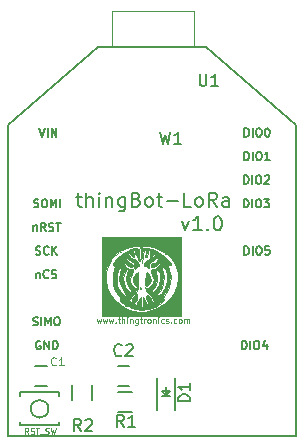
<source format=gbr>
G04 #@! TF.FileFunction,Legend,Top*
%FSLAX46Y46*%
G04 Gerber Fmt 4.6, Leading zero omitted, Abs format (unit mm)*
G04 Created by KiCad (PCBNEW 4.0.4-stable) date 01/02/17 19:22:38*
%MOMM*%
%LPD*%
G01*
G04 APERTURE LIST*
%ADD10C,0.100000*%
%ADD11C,0.175000*%
%ADD12C,0.200000*%
%ADD13C,0.150000*%
%ADD14C,0.010000*%
%ADD15C,0.110000*%
G04 APERTURE END LIST*
D10*
D11*
X190800001Y-123546667D02*
X190800001Y-122846667D01*
X190966667Y-122846667D01*
X191066667Y-122880000D01*
X191133334Y-122946667D01*
X191166667Y-123013333D01*
X191200001Y-123146667D01*
X191200001Y-123246667D01*
X191166667Y-123380000D01*
X191133334Y-123446667D01*
X191066667Y-123513333D01*
X190966667Y-123546667D01*
X190800001Y-123546667D01*
X191500001Y-123546667D02*
X191500001Y-122846667D01*
X191966667Y-122846667D02*
X192100000Y-122846667D01*
X192166667Y-122880000D01*
X192233334Y-122946667D01*
X192266667Y-123080000D01*
X192266667Y-123313333D01*
X192233334Y-123446667D01*
X192166667Y-123513333D01*
X192100000Y-123546667D01*
X191966667Y-123546667D01*
X191900000Y-123513333D01*
X191833334Y-123446667D01*
X191800000Y-123313333D01*
X191800000Y-123080000D01*
X191833334Y-122946667D01*
X191900000Y-122880000D01*
X191966667Y-122846667D01*
X192866667Y-123080000D02*
X192866667Y-123546667D01*
X192700000Y-122813333D02*
X192533333Y-123313333D01*
X192966667Y-123313333D01*
X190990001Y-115546667D02*
X190990001Y-114846667D01*
X191156667Y-114846667D01*
X191256667Y-114880000D01*
X191323334Y-114946667D01*
X191356667Y-115013333D01*
X191390001Y-115146667D01*
X191390001Y-115246667D01*
X191356667Y-115380000D01*
X191323334Y-115446667D01*
X191256667Y-115513333D01*
X191156667Y-115546667D01*
X190990001Y-115546667D01*
X191690001Y-115546667D02*
X191690001Y-114846667D01*
X192156667Y-114846667D02*
X192290000Y-114846667D01*
X192356667Y-114880000D01*
X192423334Y-114946667D01*
X192456667Y-115080000D01*
X192456667Y-115313333D01*
X192423334Y-115446667D01*
X192356667Y-115513333D01*
X192290000Y-115546667D01*
X192156667Y-115546667D01*
X192090000Y-115513333D01*
X192023334Y-115446667D01*
X191990000Y-115313333D01*
X191990000Y-115080000D01*
X192023334Y-114946667D01*
X192090000Y-114880000D01*
X192156667Y-114846667D01*
X193090000Y-114846667D02*
X192756667Y-114846667D01*
X192723333Y-115180000D01*
X192756667Y-115146667D01*
X192823333Y-115113333D01*
X192990000Y-115113333D01*
X193056667Y-115146667D01*
X193090000Y-115180000D01*
X193123333Y-115246667D01*
X193123333Y-115413333D01*
X193090000Y-115480000D01*
X193056667Y-115513333D01*
X192990000Y-115546667D01*
X192823333Y-115546667D01*
X192756667Y-115513333D01*
X192723333Y-115480000D01*
X190960001Y-111546667D02*
X190960001Y-110846667D01*
X191126667Y-110846667D01*
X191226667Y-110880000D01*
X191293334Y-110946667D01*
X191326667Y-111013333D01*
X191360001Y-111146667D01*
X191360001Y-111246667D01*
X191326667Y-111380000D01*
X191293334Y-111446667D01*
X191226667Y-111513333D01*
X191126667Y-111546667D01*
X190960001Y-111546667D01*
X191660001Y-111546667D02*
X191660001Y-110846667D01*
X192126667Y-110846667D02*
X192260000Y-110846667D01*
X192326667Y-110880000D01*
X192393334Y-110946667D01*
X192426667Y-111080000D01*
X192426667Y-111313333D01*
X192393334Y-111446667D01*
X192326667Y-111513333D01*
X192260000Y-111546667D01*
X192126667Y-111546667D01*
X192060000Y-111513333D01*
X191993334Y-111446667D01*
X191960000Y-111313333D01*
X191960000Y-111080000D01*
X191993334Y-110946667D01*
X192060000Y-110880000D01*
X192126667Y-110846667D01*
X192660000Y-110846667D02*
X193093333Y-110846667D01*
X192860000Y-111113333D01*
X192960000Y-111113333D01*
X193026667Y-111146667D01*
X193060000Y-111180000D01*
X193093333Y-111246667D01*
X193093333Y-111413333D01*
X193060000Y-111480000D01*
X193026667Y-111513333D01*
X192960000Y-111546667D01*
X192760000Y-111546667D01*
X192693333Y-111513333D01*
X192660000Y-111480000D01*
X190970001Y-109546667D02*
X190970001Y-108846667D01*
X191136667Y-108846667D01*
X191236667Y-108880000D01*
X191303334Y-108946667D01*
X191336667Y-109013333D01*
X191370001Y-109146667D01*
X191370001Y-109246667D01*
X191336667Y-109380000D01*
X191303334Y-109446667D01*
X191236667Y-109513333D01*
X191136667Y-109546667D01*
X190970001Y-109546667D01*
X191670001Y-109546667D02*
X191670001Y-108846667D01*
X192136667Y-108846667D02*
X192270000Y-108846667D01*
X192336667Y-108880000D01*
X192403334Y-108946667D01*
X192436667Y-109080000D01*
X192436667Y-109313333D01*
X192403334Y-109446667D01*
X192336667Y-109513333D01*
X192270000Y-109546667D01*
X192136667Y-109546667D01*
X192070000Y-109513333D01*
X192003334Y-109446667D01*
X191970000Y-109313333D01*
X191970000Y-109080000D01*
X192003334Y-108946667D01*
X192070000Y-108880000D01*
X192136667Y-108846667D01*
X192703333Y-108913333D02*
X192736667Y-108880000D01*
X192803333Y-108846667D01*
X192970000Y-108846667D01*
X193036667Y-108880000D01*
X193070000Y-108913333D01*
X193103333Y-108980000D01*
X193103333Y-109046667D01*
X193070000Y-109146667D01*
X192670000Y-109546667D01*
X193103333Y-109546667D01*
X190990001Y-107546667D02*
X190990001Y-106846667D01*
X191156667Y-106846667D01*
X191256667Y-106880000D01*
X191323334Y-106946667D01*
X191356667Y-107013333D01*
X191390001Y-107146667D01*
X191390001Y-107246667D01*
X191356667Y-107380000D01*
X191323334Y-107446667D01*
X191256667Y-107513333D01*
X191156667Y-107546667D01*
X190990001Y-107546667D01*
X191690001Y-107546667D02*
X191690001Y-106846667D01*
X192156667Y-106846667D02*
X192290000Y-106846667D01*
X192356667Y-106880000D01*
X192423334Y-106946667D01*
X192456667Y-107080000D01*
X192456667Y-107313333D01*
X192423334Y-107446667D01*
X192356667Y-107513333D01*
X192290000Y-107546667D01*
X192156667Y-107546667D01*
X192090000Y-107513333D01*
X192023334Y-107446667D01*
X191990000Y-107313333D01*
X191990000Y-107080000D01*
X192023334Y-106946667D01*
X192090000Y-106880000D01*
X192156667Y-106846667D01*
X193123333Y-107546667D02*
X192723333Y-107546667D01*
X192923333Y-107546667D02*
X192923333Y-106846667D01*
X192856667Y-106946667D01*
X192790000Y-107013333D01*
X192723333Y-107046667D01*
X190990001Y-105546667D02*
X190990001Y-104846667D01*
X191156667Y-104846667D01*
X191256667Y-104880000D01*
X191323334Y-104946667D01*
X191356667Y-105013333D01*
X191390001Y-105146667D01*
X191390001Y-105246667D01*
X191356667Y-105380000D01*
X191323334Y-105446667D01*
X191256667Y-105513333D01*
X191156667Y-105546667D01*
X190990001Y-105546667D01*
X191690001Y-105546667D02*
X191690001Y-104846667D01*
X192156667Y-104846667D02*
X192290000Y-104846667D01*
X192356667Y-104880000D01*
X192423334Y-104946667D01*
X192456667Y-105080000D01*
X192456667Y-105313333D01*
X192423334Y-105446667D01*
X192356667Y-105513333D01*
X192290000Y-105546667D01*
X192156667Y-105546667D01*
X192090000Y-105513333D01*
X192023334Y-105446667D01*
X191990000Y-105313333D01*
X191990000Y-105080000D01*
X192023334Y-104946667D01*
X192090000Y-104880000D01*
X192156667Y-104846667D01*
X192890000Y-104846667D02*
X192956667Y-104846667D01*
X193023333Y-104880000D01*
X193056667Y-104913333D01*
X193090000Y-104980000D01*
X193123333Y-105113333D01*
X193123333Y-105280000D01*
X193090000Y-105413333D01*
X193056667Y-105480000D01*
X193023333Y-105513333D01*
X192956667Y-105546667D01*
X192890000Y-105546667D01*
X192823333Y-105513333D01*
X192790000Y-105480000D01*
X192756667Y-105413333D01*
X192723333Y-105280000D01*
X192723333Y-105113333D01*
X192756667Y-104980000D01*
X192790000Y-104913333D01*
X192823333Y-104880000D01*
X192890000Y-104846667D01*
X173633334Y-104846667D02*
X173866667Y-105546667D01*
X174100000Y-104846667D01*
X174333334Y-105546667D02*
X174333334Y-104846667D01*
X174666667Y-105546667D02*
X174666667Y-104846667D01*
X175066667Y-105546667D01*
X175066667Y-104846667D01*
X173726667Y-122880000D02*
X173660001Y-122846667D01*
X173560001Y-122846667D01*
X173460001Y-122880000D01*
X173393334Y-122946667D01*
X173360001Y-123013333D01*
X173326667Y-123146667D01*
X173326667Y-123246667D01*
X173360001Y-123380000D01*
X173393334Y-123446667D01*
X173460001Y-123513333D01*
X173560001Y-123546667D01*
X173626667Y-123546667D01*
X173726667Y-123513333D01*
X173760001Y-123480000D01*
X173760001Y-123246667D01*
X173626667Y-123246667D01*
X174060001Y-123546667D02*
X174060001Y-122846667D01*
X174460001Y-123546667D01*
X174460001Y-122846667D01*
X174793334Y-123546667D02*
X174793334Y-122846667D01*
X174960000Y-122846667D01*
X175060000Y-122880000D01*
X175126667Y-122946667D01*
X175160000Y-123013333D01*
X175193334Y-123146667D01*
X175193334Y-123246667D01*
X175160000Y-123380000D01*
X175126667Y-123446667D01*
X175060000Y-123513333D01*
X174960000Y-123546667D01*
X174793334Y-123546667D01*
X173096667Y-121513333D02*
X173196667Y-121546667D01*
X173363334Y-121546667D01*
X173430001Y-121513333D01*
X173463334Y-121480000D01*
X173496667Y-121413333D01*
X173496667Y-121346667D01*
X173463334Y-121280000D01*
X173430001Y-121246667D01*
X173363334Y-121213333D01*
X173230001Y-121180000D01*
X173163334Y-121146667D01*
X173130001Y-121113333D01*
X173096667Y-121046667D01*
X173096667Y-120980000D01*
X173130001Y-120913333D01*
X173163334Y-120880000D01*
X173230001Y-120846667D01*
X173396667Y-120846667D01*
X173496667Y-120880000D01*
X173796668Y-121546667D02*
X173796668Y-120846667D01*
X174130001Y-121546667D02*
X174130001Y-120846667D01*
X174363334Y-121346667D01*
X174596667Y-120846667D01*
X174596667Y-121546667D01*
X175063334Y-120846667D02*
X175196667Y-120846667D01*
X175263334Y-120880000D01*
X175330001Y-120946667D01*
X175363334Y-121080000D01*
X175363334Y-121313333D01*
X175330001Y-121446667D01*
X175263334Y-121513333D01*
X175196667Y-121546667D01*
X175063334Y-121546667D01*
X174996667Y-121513333D01*
X174930001Y-121446667D01*
X174896667Y-121313333D01*
X174896667Y-121080000D01*
X174930001Y-120946667D01*
X174996667Y-120880000D01*
X175063334Y-120846667D01*
X173376667Y-117080000D02*
X173376667Y-117546667D01*
X173376667Y-117146667D02*
X173410000Y-117113333D01*
X173476667Y-117080000D01*
X173576667Y-117080000D01*
X173643333Y-117113333D01*
X173676667Y-117180000D01*
X173676667Y-117546667D01*
X174410000Y-117480000D02*
X174376666Y-117513333D01*
X174276666Y-117546667D01*
X174210000Y-117546667D01*
X174110000Y-117513333D01*
X174043333Y-117446667D01*
X174010000Y-117380000D01*
X173976666Y-117246667D01*
X173976666Y-117146667D01*
X174010000Y-117013333D01*
X174043333Y-116946667D01*
X174110000Y-116880000D01*
X174210000Y-116846667D01*
X174276666Y-116846667D01*
X174376666Y-116880000D01*
X174410000Y-116913333D01*
X174676666Y-117513333D02*
X174776666Y-117546667D01*
X174943333Y-117546667D01*
X175010000Y-117513333D01*
X175043333Y-117480000D01*
X175076666Y-117413333D01*
X175076666Y-117346667D01*
X175043333Y-117280000D01*
X175010000Y-117246667D01*
X174943333Y-117213333D01*
X174810000Y-117180000D01*
X174743333Y-117146667D01*
X174710000Y-117113333D01*
X174676666Y-117046667D01*
X174676666Y-116980000D01*
X174710000Y-116913333D01*
X174743333Y-116880000D01*
X174810000Y-116846667D01*
X174976666Y-116846667D01*
X175076666Y-116880000D01*
X173330000Y-115513333D02*
X173430000Y-115546667D01*
X173596667Y-115546667D01*
X173663334Y-115513333D01*
X173696667Y-115480000D01*
X173730000Y-115413333D01*
X173730000Y-115346667D01*
X173696667Y-115280000D01*
X173663334Y-115246667D01*
X173596667Y-115213333D01*
X173463334Y-115180000D01*
X173396667Y-115146667D01*
X173363334Y-115113333D01*
X173330000Y-115046667D01*
X173330000Y-114980000D01*
X173363334Y-114913333D01*
X173396667Y-114880000D01*
X173463334Y-114846667D01*
X173630000Y-114846667D01*
X173730000Y-114880000D01*
X174430001Y-115480000D02*
X174396667Y-115513333D01*
X174296667Y-115546667D01*
X174230001Y-115546667D01*
X174130001Y-115513333D01*
X174063334Y-115446667D01*
X174030001Y-115380000D01*
X173996667Y-115246667D01*
X173996667Y-115146667D01*
X174030001Y-115013333D01*
X174063334Y-114946667D01*
X174130001Y-114880000D01*
X174230001Y-114846667D01*
X174296667Y-114846667D01*
X174396667Y-114880000D01*
X174430001Y-114913333D01*
X174730001Y-115546667D02*
X174730001Y-114846667D01*
X175130001Y-115546667D02*
X174830001Y-115146667D01*
X175130001Y-114846667D02*
X174730001Y-115246667D01*
X173130001Y-113080000D02*
X173130001Y-113546667D01*
X173130001Y-113146667D02*
X173163334Y-113113333D01*
X173230001Y-113080000D01*
X173330001Y-113080000D01*
X173396667Y-113113333D01*
X173430001Y-113180000D01*
X173430001Y-113546667D01*
X174163334Y-113546667D02*
X173930000Y-113213333D01*
X173763334Y-113546667D02*
X173763334Y-112846667D01*
X174030000Y-112846667D01*
X174096667Y-112880000D01*
X174130000Y-112913333D01*
X174163334Y-112980000D01*
X174163334Y-113080000D01*
X174130000Y-113146667D01*
X174096667Y-113180000D01*
X174030000Y-113213333D01*
X173763334Y-113213333D01*
X174430000Y-113513333D02*
X174530000Y-113546667D01*
X174696667Y-113546667D01*
X174763334Y-113513333D01*
X174796667Y-113480000D01*
X174830000Y-113413333D01*
X174830000Y-113346667D01*
X174796667Y-113280000D01*
X174763334Y-113246667D01*
X174696667Y-113213333D01*
X174563334Y-113180000D01*
X174496667Y-113146667D01*
X174463334Y-113113333D01*
X174430000Y-113046667D01*
X174430000Y-112980000D01*
X174463334Y-112913333D01*
X174496667Y-112880000D01*
X174563334Y-112846667D01*
X174730000Y-112846667D01*
X174830000Y-112880000D01*
X175030001Y-112846667D02*
X175430001Y-112846667D01*
X175230001Y-113546667D02*
X175230001Y-112846667D01*
X173156667Y-111513333D02*
X173256667Y-111546667D01*
X173423334Y-111546667D01*
X173490001Y-111513333D01*
X173523334Y-111480000D01*
X173556667Y-111413333D01*
X173556667Y-111346667D01*
X173523334Y-111280000D01*
X173490001Y-111246667D01*
X173423334Y-111213333D01*
X173290001Y-111180000D01*
X173223334Y-111146667D01*
X173190001Y-111113333D01*
X173156667Y-111046667D01*
X173156667Y-110980000D01*
X173190001Y-110913333D01*
X173223334Y-110880000D01*
X173290001Y-110846667D01*
X173456667Y-110846667D01*
X173556667Y-110880000D01*
X173990001Y-110846667D02*
X174123334Y-110846667D01*
X174190001Y-110880000D01*
X174256668Y-110946667D01*
X174290001Y-111080000D01*
X174290001Y-111313333D01*
X174256668Y-111446667D01*
X174190001Y-111513333D01*
X174123334Y-111546667D01*
X173990001Y-111546667D01*
X173923334Y-111513333D01*
X173856668Y-111446667D01*
X173823334Y-111313333D01*
X173823334Y-111080000D01*
X173856668Y-110946667D01*
X173923334Y-110880000D01*
X173990001Y-110846667D01*
X174590001Y-111546667D02*
X174590001Y-110846667D01*
X174823334Y-111346667D01*
X175056667Y-110846667D01*
X175056667Y-111546667D01*
X175390001Y-111546667D02*
X175390001Y-110846667D01*
D10*
X178477620Y-121002857D02*
X178572858Y-121336190D01*
X178668096Y-121098095D01*
X178763334Y-121336190D01*
X178858572Y-121002857D01*
X179001430Y-121002857D02*
X179096668Y-121336190D01*
X179191906Y-121098095D01*
X179287144Y-121336190D01*
X179382382Y-121002857D01*
X179525240Y-121002857D02*
X179620478Y-121336190D01*
X179715716Y-121098095D01*
X179810954Y-121336190D01*
X179906192Y-121002857D01*
X180096669Y-121288571D02*
X180120478Y-121312381D01*
X180096669Y-121336190D01*
X180072859Y-121312381D01*
X180096669Y-121288571D01*
X180096669Y-121336190D01*
X180263335Y-121002857D02*
X180453811Y-121002857D01*
X180334764Y-120836190D02*
X180334764Y-121264762D01*
X180358573Y-121312381D01*
X180406192Y-121336190D01*
X180453811Y-121336190D01*
X180620478Y-121336190D02*
X180620478Y-120836190D01*
X180834763Y-121336190D02*
X180834763Y-121074286D01*
X180810954Y-121026667D01*
X180763335Y-121002857D01*
X180691906Y-121002857D01*
X180644287Y-121026667D01*
X180620478Y-121050476D01*
X181072859Y-121336190D02*
X181072859Y-121002857D01*
X181072859Y-120836190D02*
X181049049Y-120860000D01*
X181072859Y-120883810D01*
X181096668Y-120860000D01*
X181072859Y-120836190D01*
X181072859Y-120883810D01*
X181310954Y-121002857D02*
X181310954Y-121336190D01*
X181310954Y-121050476D02*
X181334763Y-121026667D01*
X181382382Y-121002857D01*
X181453811Y-121002857D01*
X181501430Y-121026667D01*
X181525239Y-121074286D01*
X181525239Y-121336190D01*
X181977620Y-121002857D02*
X181977620Y-121407619D01*
X181953811Y-121455238D01*
X181930001Y-121479048D01*
X181882382Y-121502857D01*
X181810954Y-121502857D01*
X181763335Y-121479048D01*
X181977620Y-121312381D02*
X181930001Y-121336190D01*
X181834763Y-121336190D01*
X181787144Y-121312381D01*
X181763335Y-121288571D01*
X181739525Y-121240952D01*
X181739525Y-121098095D01*
X181763335Y-121050476D01*
X181787144Y-121026667D01*
X181834763Y-121002857D01*
X181930001Y-121002857D01*
X181977620Y-121026667D01*
X182144287Y-121002857D02*
X182334763Y-121002857D01*
X182215716Y-120836190D02*
X182215716Y-121264762D01*
X182239525Y-121312381D01*
X182287144Y-121336190D01*
X182334763Y-121336190D01*
X182501430Y-121336190D02*
X182501430Y-121002857D01*
X182501430Y-121098095D02*
X182525239Y-121050476D01*
X182549049Y-121026667D01*
X182596668Y-121002857D01*
X182644287Y-121002857D01*
X182882382Y-121336190D02*
X182834763Y-121312381D01*
X182810954Y-121288571D01*
X182787144Y-121240952D01*
X182787144Y-121098095D01*
X182810954Y-121050476D01*
X182834763Y-121026667D01*
X182882382Y-121002857D01*
X182953811Y-121002857D01*
X183001430Y-121026667D01*
X183025239Y-121050476D01*
X183049049Y-121098095D01*
X183049049Y-121240952D01*
X183025239Y-121288571D01*
X183001430Y-121312381D01*
X182953811Y-121336190D01*
X182882382Y-121336190D01*
X183263335Y-121002857D02*
X183263335Y-121336190D01*
X183263335Y-121050476D02*
X183287144Y-121026667D01*
X183334763Y-121002857D01*
X183406192Y-121002857D01*
X183453811Y-121026667D01*
X183477620Y-121074286D01*
X183477620Y-121336190D01*
X183715716Y-121336190D02*
X183715716Y-121002857D01*
X183715716Y-120836190D02*
X183691906Y-120860000D01*
X183715716Y-120883810D01*
X183739525Y-120860000D01*
X183715716Y-120836190D01*
X183715716Y-120883810D01*
X184168096Y-121312381D02*
X184120477Y-121336190D01*
X184025239Y-121336190D01*
X183977620Y-121312381D01*
X183953811Y-121288571D01*
X183930001Y-121240952D01*
X183930001Y-121098095D01*
X183953811Y-121050476D01*
X183977620Y-121026667D01*
X184025239Y-121002857D01*
X184120477Y-121002857D01*
X184168096Y-121026667D01*
X184358572Y-121312381D02*
X184406191Y-121336190D01*
X184501429Y-121336190D01*
X184549048Y-121312381D01*
X184572858Y-121264762D01*
X184572858Y-121240952D01*
X184549048Y-121193333D01*
X184501429Y-121169524D01*
X184430001Y-121169524D01*
X184382382Y-121145714D01*
X184358572Y-121098095D01*
X184358572Y-121074286D01*
X184382382Y-121026667D01*
X184430001Y-121002857D01*
X184501429Y-121002857D01*
X184549048Y-121026667D01*
X184787144Y-121288571D02*
X184810953Y-121312381D01*
X184787144Y-121336190D01*
X184763334Y-121312381D01*
X184787144Y-121288571D01*
X184787144Y-121336190D01*
X185239524Y-121312381D02*
X185191905Y-121336190D01*
X185096667Y-121336190D01*
X185049048Y-121312381D01*
X185025239Y-121288571D01*
X185001429Y-121240952D01*
X185001429Y-121098095D01*
X185025239Y-121050476D01*
X185049048Y-121026667D01*
X185096667Y-121002857D01*
X185191905Y-121002857D01*
X185239524Y-121026667D01*
X185525238Y-121336190D02*
X185477619Y-121312381D01*
X185453810Y-121288571D01*
X185430000Y-121240952D01*
X185430000Y-121098095D01*
X185453810Y-121050476D01*
X185477619Y-121026667D01*
X185525238Y-121002857D01*
X185596667Y-121002857D01*
X185644286Y-121026667D01*
X185668095Y-121050476D01*
X185691905Y-121098095D01*
X185691905Y-121240952D01*
X185668095Y-121288571D01*
X185644286Y-121312381D01*
X185596667Y-121336190D01*
X185525238Y-121336190D01*
X185906191Y-121336190D02*
X185906191Y-121002857D01*
X185906191Y-121050476D02*
X185930000Y-121026667D01*
X185977619Y-121002857D01*
X186049048Y-121002857D01*
X186096667Y-121026667D01*
X186120476Y-121074286D01*
X186120476Y-121336190D01*
X186120476Y-121074286D02*
X186144286Y-121026667D01*
X186191905Y-121002857D01*
X186263333Y-121002857D01*
X186310953Y-121026667D01*
X186334762Y-121074286D01*
X186334762Y-121336190D01*
D12*
X176767144Y-110692857D02*
X177224287Y-110692857D01*
X176938572Y-110292857D02*
X176938572Y-111321429D01*
X176995715Y-111435714D01*
X177110001Y-111492857D01*
X177224287Y-111492857D01*
X177624286Y-111492857D02*
X177624286Y-110292857D01*
X178138572Y-111492857D02*
X178138572Y-110864286D01*
X178081429Y-110750000D01*
X177967143Y-110692857D01*
X177795715Y-110692857D01*
X177681429Y-110750000D01*
X177624286Y-110807143D01*
X178710000Y-111492857D02*
X178710000Y-110692857D01*
X178710000Y-110292857D02*
X178652857Y-110350000D01*
X178710000Y-110407143D01*
X178767143Y-110350000D01*
X178710000Y-110292857D01*
X178710000Y-110407143D01*
X179281429Y-110692857D02*
X179281429Y-111492857D01*
X179281429Y-110807143D02*
X179338572Y-110750000D01*
X179452858Y-110692857D01*
X179624286Y-110692857D01*
X179738572Y-110750000D01*
X179795715Y-110864286D01*
X179795715Y-111492857D01*
X180881429Y-110692857D02*
X180881429Y-111664286D01*
X180824286Y-111778571D01*
X180767143Y-111835714D01*
X180652858Y-111892857D01*
X180481429Y-111892857D01*
X180367143Y-111835714D01*
X180881429Y-111435714D02*
X180767143Y-111492857D01*
X180538572Y-111492857D01*
X180424286Y-111435714D01*
X180367143Y-111378571D01*
X180310000Y-111264286D01*
X180310000Y-110921429D01*
X180367143Y-110807143D01*
X180424286Y-110750000D01*
X180538572Y-110692857D01*
X180767143Y-110692857D01*
X180881429Y-110750000D01*
X181852857Y-110864286D02*
X182024286Y-110921429D01*
X182081429Y-110978571D01*
X182138572Y-111092857D01*
X182138572Y-111264286D01*
X182081429Y-111378571D01*
X182024286Y-111435714D01*
X181910000Y-111492857D01*
X181452857Y-111492857D01*
X181452857Y-110292857D01*
X181852857Y-110292857D01*
X181967143Y-110350000D01*
X182024286Y-110407143D01*
X182081429Y-110521429D01*
X182081429Y-110635714D01*
X182024286Y-110750000D01*
X181967143Y-110807143D01*
X181852857Y-110864286D01*
X181452857Y-110864286D01*
X182824286Y-111492857D02*
X182710000Y-111435714D01*
X182652857Y-111378571D01*
X182595714Y-111264286D01*
X182595714Y-110921429D01*
X182652857Y-110807143D01*
X182710000Y-110750000D01*
X182824286Y-110692857D01*
X182995714Y-110692857D01*
X183110000Y-110750000D01*
X183167143Y-110807143D01*
X183224286Y-110921429D01*
X183224286Y-111264286D01*
X183167143Y-111378571D01*
X183110000Y-111435714D01*
X182995714Y-111492857D01*
X182824286Y-111492857D01*
X183567143Y-110692857D02*
X184024286Y-110692857D01*
X183738571Y-110292857D02*
X183738571Y-111321429D01*
X183795714Y-111435714D01*
X183910000Y-111492857D01*
X184024286Y-111492857D01*
X184424285Y-111035714D02*
X185338571Y-111035714D01*
X186481428Y-111492857D02*
X185909999Y-111492857D01*
X185909999Y-110292857D01*
X187052857Y-111492857D02*
X186938571Y-111435714D01*
X186881428Y-111378571D01*
X186824285Y-111264286D01*
X186824285Y-110921429D01*
X186881428Y-110807143D01*
X186938571Y-110750000D01*
X187052857Y-110692857D01*
X187224285Y-110692857D01*
X187338571Y-110750000D01*
X187395714Y-110807143D01*
X187452857Y-110921429D01*
X187452857Y-111264286D01*
X187395714Y-111378571D01*
X187338571Y-111435714D01*
X187224285Y-111492857D01*
X187052857Y-111492857D01*
X188652857Y-111492857D02*
X188252857Y-110921429D01*
X187967142Y-111492857D02*
X187967142Y-110292857D01*
X188424285Y-110292857D01*
X188538571Y-110350000D01*
X188595714Y-110407143D01*
X188652857Y-110521429D01*
X188652857Y-110692857D01*
X188595714Y-110807143D01*
X188538571Y-110864286D01*
X188424285Y-110921429D01*
X187967142Y-110921429D01*
X189681428Y-111492857D02*
X189681428Y-110864286D01*
X189624285Y-110750000D01*
X189509999Y-110692857D01*
X189281428Y-110692857D01*
X189167142Y-110750000D01*
X189681428Y-111435714D02*
X189567142Y-111492857D01*
X189281428Y-111492857D01*
X189167142Y-111435714D01*
X189109999Y-111321429D01*
X189109999Y-111207143D01*
X189167142Y-111092857D01*
X189281428Y-111035714D01*
X189567142Y-111035714D01*
X189681428Y-110978571D01*
X185710002Y-112692857D02*
X185995716Y-113492857D01*
X186281430Y-112692857D01*
X187367145Y-113492857D02*
X186681430Y-113492857D01*
X187024288Y-113492857D02*
X187024288Y-112292857D01*
X186910002Y-112464286D01*
X186795716Y-112578571D01*
X186681430Y-112635714D01*
X187881430Y-113378571D02*
X187938573Y-113435714D01*
X187881430Y-113492857D01*
X187824287Y-113435714D01*
X187881430Y-113378571D01*
X187881430Y-113492857D01*
X188681431Y-112292857D02*
X188795716Y-112292857D01*
X188910002Y-112350000D01*
X188967145Y-112407143D01*
X189024288Y-112521429D01*
X189081431Y-112750000D01*
X189081431Y-113035714D01*
X189024288Y-113264286D01*
X188967145Y-113378571D01*
X188910002Y-113435714D01*
X188795716Y-113492857D01*
X188681431Y-113492857D01*
X188567145Y-113435714D01*
X188510002Y-113378571D01*
X188452859Y-113264286D01*
X188395716Y-113035714D01*
X188395716Y-112750000D01*
X188452859Y-112521429D01*
X188510002Y-112407143D01*
X188567145Y-112350000D01*
X188681431Y-112292857D01*
D13*
X180260000Y-126680000D02*
X181260000Y-126680000D01*
X181260000Y-124980000D02*
X180260000Y-124980000D01*
X176375000Y-127820000D02*
X176375000Y-126620000D01*
X178125000Y-126620000D02*
X178125000Y-127820000D01*
X170990000Y-104530000D02*
X170990000Y-130940000D01*
X170990000Y-130940000D02*
X195370000Y-130940000D01*
X195370000Y-130940000D02*
X195370000Y-104530000D01*
X195370000Y-104530000D02*
X187780000Y-98000000D01*
X187780000Y-98000000D02*
X178580000Y-98000000D01*
X178580000Y-98000000D02*
X170990000Y-104530000D01*
X185110000Y-128730000D02*
X185110000Y-126030000D01*
X183610000Y-128730000D02*
X183610000Y-126030000D01*
X184510000Y-127230000D02*
X184260000Y-127230000D01*
X184260000Y-127230000D02*
X184410000Y-127380000D01*
X184010000Y-127480000D02*
X184710000Y-127480000D01*
X184360000Y-127130000D02*
X184360000Y-126780000D01*
X184360000Y-127480000D02*
X184010000Y-127130000D01*
X184010000Y-127130000D02*
X184710000Y-127130000D01*
X184710000Y-127130000D02*
X184360000Y-127480000D01*
X173250000Y-126640000D02*
X174250000Y-126640000D01*
X174250000Y-124940000D02*
X173250000Y-124940000D01*
X180260000Y-127155000D02*
X181460000Y-127155000D01*
X181460000Y-128905000D02*
X180260000Y-128905000D01*
X174410000Y-128600000D02*
G75*
G03X174410000Y-128600000I-750000J0D01*
G01*
X172010000Y-129700000D02*
X172010000Y-130000000D01*
X172010000Y-130000000D02*
X175310000Y-130000000D01*
X175310000Y-130000000D02*
X175310000Y-129700000D01*
X172010000Y-127500000D02*
X172010000Y-127200000D01*
X172010000Y-127200000D02*
X175310000Y-127200000D01*
X175310000Y-127200000D02*
X175310000Y-127500000D01*
D10*
X179805000Y-94950000D02*
X186725000Y-94950000D01*
X186725000Y-98000000D02*
X186725000Y-94950000D01*
X186725000Y-98000000D02*
X179805000Y-98000000D01*
X179805000Y-98000000D02*
X179805000Y-94950000D01*
D14*
G36*
X185616666Y-120756666D02*
X178928000Y-120756666D01*
X178928000Y-117665377D01*
X179279415Y-117665377D01*
X179280412Y-117683193D01*
X179380757Y-118301690D01*
X179615237Y-118849418D01*
X179999566Y-119360246D01*
X180113503Y-119478773D01*
X180548963Y-119852178D01*
X181012055Y-120109298D01*
X181567303Y-120284944D01*
X181637333Y-120300909D01*
X182008404Y-120375236D01*
X182289911Y-120404462D01*
X182555161Y-120389830D01*
X182877456Y-120332581D01*
X182924332Y-120322719D01*
X183616090Y-120102469D01*
X184212220Y-119764316D01*
X184698849Y-119323919D01*
X185062103Y-118796940D01*
X185288112Y-118199040D01*
X185363085Y-117569562D01*
X185335259Y-117134907D01*
X185260783Y-116726570D01*
X185215055Y-116574861D01*
X185098078Y-116322699D01*
X184931524Y-116052275D01*
X184743098Y-115798423D01*
X184560507Y-115595980D01*
X184411454Y-115479779D01*
X184337060Y-115470937D01*
X184279392Y-115454245D01*
X184281068Y-115407793D01*
X184233704Y-115312184D01*
X184162142Y-115294586D01*
X183998126Y-115252406D01*
X183950475Y-115217512D01*
X183940400Y-115180890D01*
X183986833Y-115202422D01*
X184080917Y-115231779D01*
X184092666Y-115217717D01*
X184019580Y-115133296D01*
X183839190Y-115036066D01*
X183609796Y-114948550D01*
X183389701Y-114893272D01*
X183245262Y-114890327D01*
X183112232Y-114902893D01*
X183100694Y-114859619D01*
X183045611Y-114821440D01*
X182838168Y-114794301D01*
X182495081Y-114779850D01*
X182272333Y-114777897D01*
X181866265Y-114785213D01*
X181587284Y-114806062D01*
X181452105Y-114838794D01*
X181443972Y-114859619D01*
X181420281Y-114906648D01*
X181311789Y-114893566D01*
X181184395Y-114884291D01*
X181185438Y-114936950D01*
X181180120Y-114992302D01*
X181100889Y-114974045D01*
X180983743Y-114967909D01*
X180960000Y-115006987D01*
X180907972Y-115055075D01*
X180875333Y-115041666D01*
X180797439Y-115051188D01*
X180790666Y-115083999D01*
X180743055Y-115142795D01*
X180716085Y-115132566D01*
X180601172Y-115151832D01*
X180412253Y-115272700D01*
X180183224Y-115466269D01*
X179947984Y-115703638D01*
X179740428Y-115955909D01*
X179724569Y-115977926D01*
X179445693Y-116479959D01*
X179300654Y-117029599D01*
X179279415Y-117665377D01*
X178928000Y-117665377D01*
X178928000Y-114068000D01*
X185616666Y-114068000D01*
X185616666Y-120756666D01*
X185616666Y-120756666D01*
G37*
X185616666Y-120756666D02*
X178928000Y-120756666D01*
X178928000Y-117665377D01*
X179279415Y-117665377D01*
X179280412Y-117683193D01*
X179380757Y-118301690D01*
X179615237Y-118849418D01*
X179999566Y-119360246D01*
X180113503Y-119478773D01*
X180548963Y-119852178D01*
X181012055Y-120109298D01*
X181567303Y-120284944D01*
X181637333Y-120300909D01*
X182008404Y-120375236D01*
X182289911Y-120404462D01*
X182555161Y-120389830D01*
X182877456Y-120332581D01*
X182924332Y-120322719D01*
X183616090Y-120102469D01*
X184212220Y-119764316D01*
X184698849Y-119323919D01*
X185062103Y-118796940D01*
X185288112Y-118199040D01*
X185363085Y-117569562D01*
X185335259Y-117134907D01*
X185260783Y-116726570D01*
X185215055Y-116574861D01*
X185098078Y-116322699D01*
X184931524Y-116052275D01*
X184743098Y-115798423D01*
X184560507Y-115595980D01*
X184411454Y-115479779D01*
X184337060Y-115470937D01*
X184279392Y-115454245D01*
X184281068Y-115407793D01*
X184233704Y-115312184D01*
X184162142Y-115294586D01*
X183998126Y-115252406D01*
X183950475Y-115217512D01*
X183940400Y-115180890D01*
X183986833Y-115202422D01*
X184080917Y-115231779D01*
X184092666Y-115217717D01*
X184019580Y-115133296D01*
X183839190Y-115036066D01*
X183609796Y-114948550D01*
X183389701Y-114893272D01*
X183245262Y-114890327D01*
X183112232Y-114902893D01*
X183100694Y-114859619D01*
X183045611Y-114821440D01*
X182838168Y-114794301D01*
X182495081Y-114779850D01*
X182272333Y-114777897D01*
X181866265Y-114785213D01*
X181587284Y-114806062D01*
X181452105Y-114838794D01*
X181443972Y-114859619D01*
X181420281Y-114906648D01*
X181311789Y-114893566D01*
X181184395Y-114884291D01*
X181185438Y-114936950D01*
X181180120Y-114992302D01*
X181100889Y-114974045D01*
X180983743Y-114967909D01*
X180960000Y-115006987D01*
X180907972Y-115055075D01*
X180875333Y-115041666D01*
X180797439Y-115051188D01*
X180790666Y-115083999D01*
X180743055Y-115142795D01*
X180716085Y-115132566D01*
X180601172Y-115151832D01*
X180412253Y-115272700D01*
X180183224Y-115466269D01*
X179947984Y-115703638D01*
X179740428Y-115955909D01*
X179724569Y-115977926D01*
X179445693Y-116479959D01*
X179300654Y-117029599D01*
X179279415Y-117665377D01*
X178928000Y-117665377D01*
X178928000Y-114068000D01*
X185616666Y-114068000D01*
X185616666Y-120756666D01*
G36*
X182481996Y-114954539D02*
X182713617Y-114988853D01*
X183388463Y-115166516D01*
X183969134Y-115473843D01*
X184380414Y-115817325D01*
X184631361Y-116092399D01*
X184753607Y-116292724D01*
X184743667Y-116410059D01*
X184643000Y-116438666D01*
X184558756Y-116439663D01*
X184528805Y-116470798D01*
X184552876Y-116574287D01*
X184630699Y-116792346D01*
X184640558Y-116819666D01*
X184764418Y-117395124D01*
X184720415Y-117970777D01*
X184508060Y-118549512D01*
X184284508Y-118921505D01*
X184153699Y-119133156D01*
X184125477Y-119255118D01*
X184173121Y-119314730D01*
X184199459Y-119385360D01*
X184093972Y-119498603D01*
X183913862Y-119625099D01*
X183690077Y-119778416D01*
X183526853Y-119905150D01*
X183480129Y-119951540D01*
X183423063Y-119986318D01*
X183416629Y-119963133D01*
X183365046Y-119942851D01*
X183306038Y-119979972D01*
X183150672Y-120055429D01*
X182921412Y-120115789D01*
X182903871Y-120118798D01*
X182632015Y-120165959D01*
X182395252Y-120210766D01*
X182214477Y-120225510D01*
X182126353Y-120201464D01*
X182013787Y-120159125D01*
X181805873Y-120123880D01*
X181765172Y-120119684D01*
X181524215Y-120073171D01*
X181438673Y-120037000D01*
X181552666Y-120037000D01*
X181595000Y-120079333D01*
X181637333Y-120037000D01*
X181595000Y-119994666D01*
X181552666Y-120037000D01*
X181438673Y-120037000D01*
X181345742Y-119997705D01*
X181333525Y-119988463D01*
X181209978Y-119924340D01*
X181162565Y-119933212D01*
X181073130Y-119919956D01*
X180961010Y-119839444D01*
X180776414Y-119686451D01*
X180579666Y-119540632D01*
X180429827Y-119401747D01*
X180437265Y-119298272D01*
X180439717Y-119295748D01*
X180459033Y-119173957D01*
X180344303Y-118969711D01*
X180322736Y-118940892D01*
X180145401Y-118669232D01*
X179994923Y-118377066D01*
X179988952Y-118362995D01*
X179901463Y-118026126D01*
X179864381Y-117603443D01*
X179866998Y-117527055D01*
X180167684Y-117527055D01*
X180182937Y-117881062D01*
X180247464Y-118206545D01*
X180318744Y-118386000D01*
X180508843Y-118699615D01*
X180697677Y-118916495D01*
X180861125Y-119011786D01*
X180921960Y-119007636D01*
X180964664Y-118941426D01*
X180904616Y-118796514D01*
X180785697Y-118619703D01*
X180523443Y-118161778D01*
X180411828Y-117701597D01*
X180417301Y-117625485D01*
X180706000Y-117625485D01*
X180764934Y-117948146D01*
X180919178Y-118300729D01*
X181110332Y-118576500D01*
X181260743Y-118708147D01*
X181375793Y-118699082D01*
X181407894Y-118671883D01*
X181395040Y-118578720D01*
X181298809Y-118410037D01*
X181253374Y-118347313D01*
X181041860Y-117967973D01*
X180992196Y-117578611D01*
X181069475Y-117223997D01*
X181143838Y-116963171D01*
X181136941Y-116823962D01*
X181046033Y-116777954D01*
X181026235Y-116777333D01*
X180939498Y-116851629D01*
X180844450Y-117038029D01*
X180761754Y-117281803D01*
X180712077Y-117528219D01*
X180706000Y-117625485D01*
X180417301Y-117625485D01*
X180447411Y-117206782D01*
X180586532Y-116745901D01*
X180582394Y-116628874D01*
X180513663Y-116608000D01*
X180374695Y-116684996D01*
X180267851Y-116889911D01*
X180197418Y-117183635D01*
X180167684Y-117527055D01*
X179866998Y-117527055D01*
X179879192Y-117171245D01*
X179947379Y-116805828D01*
X179958030Y-116773477D01*
X180012995Y-116568961D01*
X179987956Y-116473396D01*
X179958030Y-116457454D01*
X179874900Y-116398072D01*
X179888919Y-116290599D01*
X180010091Y-116112675D01*
X180219166Y-115873678D01*
X180472872Y-115640442D01*
X180777111Y-115425190D01*
X181102368Y-115240413D01*
X181419127Y-115098602D01*
X181697870Y-115012248D01*
X181909082Y-114993843D01*
X182023248Y-115055878D01*
X182035110Y-115105166D01*
X182045922Y-115241913D01*
X182071188Y-115487372D01*
X182097394Y-115719000D01*
X182122887Y-115996822D01*
X182114504Y-116121202D01*
X182071260Y-116104803D01*
X182067802Y-116100000D01*
X181988446Y-115914986D01*
X181977296Y-115835200D01*
X181915481Y-115668012D01*
X181847088Y-115590413D01*
X181759601Y-115424409D01*
X181768127Y-115326046D01*
X181765808Y-115195481D01*
X181685372Y-115168666D01*
X181591828Y-115171041D01*
X181561859Y-115210000D01*
X181587366Y-115333292D01*
X181631423Y-115486725D01*
X181662989Y-115692715D01*
X181615267Y-115760093D01*
X181508195Y-115677393D01*
X181448351Y-115591999D01*
X181329209Y-115468326D01*
X181204675Y-115420598D01*
X181132469Y-115466805D01*
X181129333Y-115492574D01*
X181193930Y-115613834D01*
X181346152Y-115761803D01*
X181523645Y-115884580D01*
X181655642Y-115930666D01*
X181784869Y-115996906D01*
X181933869Y-116160660D01*
X181963952Y-116205345D01*
X182071995Y-116385325D01*
X182089735Y-116474294D01*
X182018442Y-116523678D01*
X181972266Y-116541283D01*
X181837761Y-116629699D01*
X181806666Y-116694935D01*
X181754957Y-116748040D01*
X181722000Y-116735000D01*
X181661000Y-116620543D01*
X181637333Y-116433669D01*
X181611227Y-116257517D01*
X181548818Y-116184666D01*
X181434872Y-116129537D01*
X181270495Y-115994204D01*
X181243505Y-115967868D01*
X181089577Y-115839029D01*
X180985825Y-115797221D01*
X180975181Y-115802596D01*
X180967841Y-115912376D01*
X181070728Y-116062772D01*
X181248246Y-116208318D01*
X181327643Y-116252786D01*
X181489298Y-116369596D01*
X181552666Y-116485619D01*
X181493818Y-116589676D01*
X181350775Y-116599862D01*
X181173788Y-116525251D01*
X181024790Y-116390294D01*
X180871125Y-116245991D01*
X180768485Y-116257647D01*
X180765681Y-116360760D01*
X180869721Y-116502610D01*
X181036975Y-116644276D01*
X181223813Y-116746837D01*
X181348055Y-116774657D01*
X181528240Y-116803025D01*
X181575517Y-116897800D01*
X181497851Y-117084830D01*
X181462206Y-117145167D01*
X181351294Y-117380290D01*
X181299484Y-117594928D01*
X181298983Y-117610936D01*
X181346399Y-117837862D01*
X181463420Y-118083113D01*
X181611278Y-118276776D01*
X181703993Y-118341286D01*
X181857748Y-118363926D01*
X181892318Y-118287252D01*
X181801878Y-118137739D01*
X181758866Y-118091896D01*
X181584769Y-117818073D01*
X181569572Y-117527029D01*
X181713062Y-117253548D01*
X181764333Y-117200666D01*
X181907794Y-117077826D01*
X181984773Y-117034817D01*
X181987880Y-117037741D01*
X181998037Y-117134862D01*
X182012335Y-117350482D01*
X182024810Y-117581666D01*
X182018614Y-118064788D01*
X181953190Y-118457400D01*
X181835163Y-118733404D01*
X181701638Y-118855391D01*
X181515379Y-118995961D01*
X181432592Y-119105666D01*
X181328252Y-119264351D01*
X181266652Y-119329033D01*
X181236187Y-119430130D01*
X181300753Y-119538966D01*
X181381602Y-119571333D01*
X181449098Y-119498499D01*
X181509008Y-119323365D01*
X181509048Y-119323183D01*
X181587839Y-119115753D01*
X181702864Y-118960920D01*
X181816729Y-118901364D01*
X181861629Y-118920740D01*
X181914027Y-119072166D01*
X181896182Y-119286020D01*
X181821198Y-119477330D01*
X181766438Y-119537930D01*
X181672267Y-119658851D01*
X181676185Y-119735033D01*
X181783108Y-119819911D01*
X181874600Y-119785815D01*
X181891891Y-119719500D01*
X181937074Y-119583217D01*
X182047042Y-119388246D01*
X182066152Y-119359666D01*
X182239856Y-119105666D01*
X182213761Y-119564006D01*
X182214746Y-119877947D01*
X182263415Y-120036888D01*
X182293500Y-120057894D01*
X182357935Y-120024784D01*
X182393807Y-119858802D01*
X182405313Y-119599555D01*
X182411294Y-119105666D01*
X182571175Y-119465500D01*
X182683333Y-119678983D01*
X182784475Y-119807960D01*
X182819194Y-119825333D01*
X182900957Y-119768886D01*
X182865501Y-119611755D01*
X182746082Y-119413350D01*
X182643583Y-119235438D01*
X182650973Y-119106962D01*
X182691339Y-119041235D01*
X182782470Y-118942379D01*
X182865323Y-118975339D01*
X182928516Y-119042954D01*
X183048248Y-119232937D01*
X183089092Y-119352650D01*
X183154133Y-119493274D01*
X183249336Y-119553490D01*
X183320706Y-119511229D01*
X183330666Y-119451388D01*
X183290042Y-119334216D01*
X183251888Y-119317333D01*
X183180099Y-119245343D01*
X183146055Y-119126833D01*
X183052076Y-118944075D01*
X183028514Y-118926343D01*
X183584666Y-118926343D01*
X183644888Y-118981439D01*
X183781269Y-118961320D01*
X183927386Y-118882116D01*
X183979406Y-118830500D01*
X184266544Y-118344231D01*
X184415833Y-117807765D01*
X184419877Y-117262098D01*
X184329658Y-116889177D01*
X184232622Y-116707550D01*
X184125816Y-116612588D01*
X184045887Y-116616002D01*
X184029480Y-116729500D01*
X184045858Y-116798500D01*
X184162468Y-117385826D01*
X184144104Y-117912847D01*
X183992986Y-118360765D01*
X183834490Y-118589487D01*
X183683584Y-118772055D01*
X183594700Y-118900262D01*
X183584666Y-118926343D01*
X183028514Y-118926343D01*
X182933711Y-118855000D01*
X182767889Y-118739133D01*
X182700823Y-118643333D01*
X182687033Y-118608461D01*
X183104476Y-118608461D01*
X183119000Y-118640000D01*
X183227205Y-118718958D01*
X183380303Y-118656299D01*
X183546468Y-118500536D01*
X183787816Y-118121425D01*
X183878449Y-117679880D01*
X183818739Y-117218828D01*
X183721613Y-116961843D01*
X183617370Y-116830255D01*
X183581833Y-116819666D01*
X183489791Y-116885290D01*
X183487751Y-116989000D01*
X183554790Y-117441009D01*
X183567251Y-117772804D01*
X183522393Y-118025372D01*
X183417472Y-118239704D01*
X183402583Y-118262064D01*
X183263930Y-118443845D01*
X183156885Y-118546397D01*
X183135169Y-118554754D01*
X183104476Y-118608461D01*
X182687033Y-118608461D01*
X182621407Y-118442519D01*
X182597176Y-118386000D01*
X182574698Y-118304471D01*
X182650200Y-118349139D01*
X182667541Y-118363285D01*
X182773976Y-118410859D01*
X182895020Y-118350945D01*
X183013937Y-118236285D01*
X183238488Y-117923095D01*
X183299343Y-117615662D01*
X183199887Y-117292220D01*
X183169288Y-117237469D01*
X183051303Y-116987568D01*
X183059571Y-116839672D01*
X183196720Y-116780068D01*
X183257509Y-116777333D01*
X183406499Y-116729518D01*
X183580471Y-116612045D01*
X183738572Y-116463874D01*
X183839948Y-116323963D01*
X183843745Y-116231272D01*
X183836204Y-116225478D01*
X183729543Y-116246766D01*
X183588839Y-116372310D01*
X183575122Y-116389236D01*
X183398289Y-116550031D01*
X183228893Y-116606163D01*
X183108933Y-116553467D01*
X183076666Y-116438666D01*
X183137380Y-116295925D01*
X183232877Y-116269333D01*
X183392379Y-116213405D01*
X183558556Y-116084868D01*
X183661298Y-115942597D01*
X183669333Y-115902833D01*
X183600394Y-115852327D01*
X183542333Y-115846000D01*
X183429698Y-115894046D01*
X183415333Y-115935070D01*
X183343951Y-116021707D01*
X183171182Y-116109186D01*
X183161333Y-116112686D01*
X182986779Y-116200527D01*
X182913019Y-116341491D01*
X182897511Y-116510449D01*
X182882865Y-116670796D01*
X182858136Y-116697263D01*
X182848970Y-116671500D01*
X182743727Y-116549519D01*
X182641236Y-116523333D01*
X182514245Y-116480560D01*
X182499278Y-116333742D01*
X182592026Y-116167231D01*
X182832115Y-116001875D01*
X182931363Y-115952205D01*
X183221366Y-115784320D01*
X183385519Y-115622039D01*
X183408033Y-115483142D01*
X183381512Y-115445289D01*
X183300213Y-115464345D01*
X183196918Y-115575941D01*
X183056892Y-115732609D01*
X182974999Y-115739982D01*
X182968762Y-115603336D01*
X182990172Y-115513706D01*
X183026029Y-115324410D01*
X183012484Y-115217373D01*
X182901717Y-115169939D01*
X182835376Y-115274754D01*
X182822666Y-115412299D01*
X182784507Y-115623700D01*
X182705851Y-115752881D01*
X182637336Y-115786207D01*
X182613852Y-115712388D01*
X182628172Y-115503369D01*
X182632195Y-115466914D01*
X182646740Y-115202955D01*
X182622193Y-115087609D01*
X182572051Y-115108529D01*
X182509812Y-115253367D01*
X182448974Y-115509777D01*
X182426027Y-115655499D01*
X182348254Y-116227000D01*
X182264333Y-115592000D01*
X182225970Y-115285519D01*
X182200906Y-115053003D01*
X182193677Y-114937403D01*
X182194644Y-114932283D01*
X182278459Y-114931546D01*
X182481996Y-114954539D01*
X182481996Y-114954539D01*
G37*
X182481996Y-114954539D02*
X182713617Y-114988853D01*
X183388463Y-115166516D01*
X183969134Y-115473843D01*
X184380414Y-115817325D01*
X184631361Y-116092399D01*
X184753607Y-116292724D01*
X184743667Y-116410059D01*
X184643000Y-116438666D01*
X184558756Y-116439663D01*
X184528805Y-116470798D01*
X184552876Y-116574287D01*
X184630699Y-116792346D01*
X184640558Y-116819666D01*
X184764418Y-117395124D01*
X184720415Y-117970777D01*
X184508060Y-118549512D01*
X184284508Y-118921505D01*
X184153699Y-119133156D01*
X184125477Y-119255118D01*
X184173121Y-119314730D01*
X184199459Y-119385360D01*
X184093972Y-119498603D01*
X183913862Y-119625099D01*
X183690077Y-119778416D01*
X183526853Y-119905150D01*
X183480129Y-119951540D01*
X183423063Y-119986318D01*
X183416629Y-119963133D01*
X183365046Y-119942851D01*
X183306038Y-119979972D01*
X183150672Y-120055429D01*
X182921412Y-120115789D01*
X182903871Y-120118798D01*
X182632015Y-120165959D01*
X182395252Y-120210766D01*
X182214477Y-120225510D01*
X182126353Y-120201464D01*
X182013787Y-120159125D01*
X181805873Y-120123880D01*
X181765172Y-120119684D01*
X181524215Y-120073171D01*
X181438673Y-120037000D01*
X181552666Y-120037000D01*
X181595000Y-120079333D01*
X181637333Y-120037000D01*
X181595000Y-119994666D01*
X181552666Y-120037000D01*
X181438673Y-120037000D01*
X181345742Y-119997705D01*
X181333525Y-119988463D01*
X181209978Y-119924340D01*
X181162565Y-119933212D01*
X181073130Y-119919956D01*
X180961010Y-119839444D01*
X180776414Y-119686451D01*
X180579666Y-119540632D01*
X180429827Y-119401747D01*
X180437265Y-119298272D01*
X180439717Y-119295748D01*
X180459033Y-119173957D01*
X180344303Y-118969711D01*
X180322736Y-118940892D01*
X180145401Y-118669232D01*
X179994923Y-118377066D01*
X179988952Y-118362995D01*
X179901463Y-118026126D01*
X179864381Y-117603443D01*
X179866998Y-117527055D01*
X180167684Y-117527055D01*
X180182937Y-117881062D01*
X180247464Y-118206545D01*
X180318744Y-118386000D01*
X180508843Y-118699615D01*
X180697677Y-118916495D01*
X180861125Y-119011786D01*
X180921960Y-119007636D01*
X180964664Y-118941426D01*
X180904616Y-118796514D01*
X180785697Y-118619703D01*
X180523443Y-118161778D01*
X180411828Y-117701597D01*
X180417301Y-117625485D01*
X180706000Y-117625485D01*
X180764934Y-117948146D01*
X180919178Y-118300729D01*
X181110332Y-118576500D01*
X181260743Y-118708147D01*
X181375793Y-118699082D01*
X181407894Y-118671883D01*
X181395040Y-118578720D01*
X181298809Y-118410037D01*
X181253374Y-118347313D01*
X181041860Y-117967973D01*
X180992196Y-117578611D01*
X181069475Y-117223997D01*
X181143838Y-116963171D01*
X181136941Y-116823962D01*
X181046033Y-116777954D01*
X181026235Y-116777333D01*
X180939498Y-116851629D01*
X180844450Y-117038029D01*
X180761754Y-117281803D01*
X180712077Y-117528219D01*
X180706000Y-117625485D01*
X180417301Y-117625485D01*
X180447411Y-117206782D01*
X180586532Y-116745901D01*
X180582394Y-116628874D01*
X180513663Y-116608000D01*
X180374695Y-116684996D01*
X180267851Y-116889911D01*
X180197418Y-117183635D01*
X180167684Y-117527055D01*
X179866998Y-117527055D01*
X179879192Y-117171245D01*
X179947379Y-116805828D01*
X179958030Y-116773477D01*
X180012995Y-116568961D01*
X179987956Y-116473396D01*
X179958030Y-116457454D01*
X179874900Y-116398072D01*
X179888919Y-116290599D01*
X180010091Y-116112675D01*
X180219166Y-115873678D01*
X180472872Y-115640442D01*
X180777111Y-115425190D01*
X181102368Y-115240413D01*
X181419127Y-115098602D01*
X181697870Y-115012248D01*
X181909082Y-114993843D01*
X182023248Y-115055878D01*
X182035110Y-115105166D01*
X182045922Y-115241913D01*
X182071188Y-115487372D01*
X182097394Y-115719000D01*
X182122887Y-115996822D01*
X182114504Y-116121202D01*
X182071260Y-116104803D01*
X182067802Y-116100000D01*
X181988446Y-115914986D01*
X181977296Y-115835200D01*
X181915481Y-115668012D01*
X181847088Y-115590413D01*
X181759601Y-115424409D01*
X181768127Y-115326046D01*
X181765808Y-115195481D01*
X181685372Y-115168666D01*
X181591828Y-115171041D01*
X181561859Y-115210000D01*
X181587366Y-115333292D01*
X181631423Y-115486725D01*
X181662989Y-115692715D01*
X181615267Y-115760093D01*
X181508195Y-115677393D01*
X181448351Y-115591999D01*
X181329209Y-115468326D01*
X181204675Y-115420598D01*
X181132469Y-115466805D01*
X181129333Y-115492574D01*
X181193930Y-115613834D01*
X181346152Y-115761803D01*
X181523645Y-115884580D01*
X181655642Y-115930666D01*
X181784869Y-115996906D01*
X181933869Y-116160660D01*
X181963952Y-116205345D01*
X182071995Y-116385325D01*
X182089735Y-116474294D01*
X182018442Y-116523678D01*
X181972266Y-116541283D01*
X181837761Y-116629699D01*
X181806666Y-116694935D01*
X181754957Y-116748040D01*
X181722000Y-116735000D01*
X181661000Y-116620543D01*
X181637333Y-116433669D01*
X181611227Y-116257517D01*
X181548818Y-116184666D01*
X181434872Y-116129537D01*
X181270495Y-115994204D01*
X181243505Y-115967868D01*
X181089577Y-115839029D01*
X180985825Y-115797221D01*
X180975181Y-115802596D01*
X180967841Y-115912376D01*
X181070728Y-116062772D01*
X181248246Y-116208318D01*
X181327643Y-116252786D01*
X181489298Y-116369596D01*
X181552666Y-116485619D01*
X181493818Y-116589676D01*
X181350775Y-116599862D01*
X181173788Y-116525251D01*
X181024790Y-116390294D01*
X180871125Y-116245991D01*
X180768485Y-116257647D01*
X180765681Y-116360760D01*
X180869721Y-116502610D01*
X181036975Y-116644276D01*
X181223813Y-116746837D01*
X181348055Y-116774657D01*
X181528240Y-116803025D01*
X181575517Y-116897800D01*
X181497851Y-117084830D01*
X181462206Y-117145167D01*
X181351294Y-117380290D01*
X181299484Y-117594928D01*
X181298983Y-117610936D01*
X181346399Y-117837862D01*
X181463420Y-118083113D01*
X181611278Y-118276776D01*
X181703993Y-118341286D01*
X181857748Y-118363926D01*
X181892318Y-118287252D01*
X181801878Y-118137739D01*
X181758866Y-118091896D01*
X181584769Y-117818073D01*
X181569572Y-117527029D01*
X181713062Y-117253548D01*
X181764333Y-117200666D01*
X181907794Y-117077826D01*
X181984773Y-117034817D01*
X181987880Y-117037741D01*
X181998037Y-117134862D01*
X182012335Y-117350482D01*
X182024810Y-117581666D01*
X182018614Y-118064788D01*
X181953190Y-118457400D01*
X181835163Y-118733404D01*
X181701638Y-118855391D01*
X181515379Y-118995961D01*
X181432592Y-119105666D01*
X181328252Y-119264351D01*
X181266652Y-119329033D01*
X181236187Y-119430130D01*
X181300753Y-119538966D01*
X181381602Y-119571333D01*
X181449098Y-119498499D01*
X181509008Y-119323365D01*
X181509048Y-119323183D01*
X181587839Y-119115753D01*
X181702864Y-118960920D01*
X181816729Y-118901364D01*
X181861629Y-118920740D01*
X181914027Y-119072166D01*
X181896182Y-119286020D01*
X181821198Y-119477330D01*
X181766438Y-119537930D01*
X181672267Y-119658851D01*
X181676185Y-119735033D01*
X181783108Y-119819911D01*
X181874600Y-119785815D01*
X181891891Y-119719500D01*
X181937074Y-119583217D01*
X182047042Y-119388246D01*
X182066152Y-119359666D01*
X182239856Y-119105666D01*
X182213761Y-119564006D01*
X182214746Y-119877947D01*
X182263415Y-120036888D01*
X182293500Y-120057894D01*
X182357935Y-120024784D01*
X182393807Y-119858802D01*
X182405313Y-119599555D01*
X182411294Y-119105666D01*
X182571175Y-119465500D01*
X182683333Y-119678983D01*
X182784475Y-119807960D01*
X182819194Y-119825333D01*
X182900957Y-119768886D01*
X182865501Y-119611755D01*
X182746082Y-119413350D01*
X182643583Y-119235438D01*
X182650973Y-119106962D01*
X182691339Y-119041235D01*
X182782470Y-118942379D01*
X182865323Y-118975339D01*
X182928516Y-119042954D01*
X183048248Y-119232937D01*
X183089092Y-119352650D01*
X183154133Y-119493274D01*
X183249336Y-119553490D01*
X183320706Y-119511229D01*
X183330666Y-119451388D01*
X183290042Y-119334216D01*
X183251888Y-119317333D01*
X183180099Y-119245343D01*
X183146055Y-119126833D01*
X183052076Y-118944075D01*
X183028514Y-118926343D01*
X183584666Y-118926343D01*
X183644888Y-118981439D01*
X183781269Y-118961320D01*
X183927386Y-118882116D01*
X183979406Y-118830500D01*
X184266544Y-118344231D01*
X184415833Y-117807765D01*
X184419877Y-117262098D01*
X184329658Y-116889177D01*
X184232622Y-116707550D01*
X184125816Y-116612588D01*
X184045887Y-116616002D01*
X184029480Y-116729500D01*
X184045858Y-116798500D01*
X184162468Y-117385826D01*
X184144104Y-117912847D01*
X183992986Y-118360765D01*
X183834490Y-118589487D01*
X183683584Y-118772055D01*
X183594700Y-118900262D01*
X183584666Y-118926343D01*
X183028514Y-118926343D01*
X182933711Y-118855000D01*
X182767889Y-118739133D01*
X182700823Y-118643333D01*
X182687033Y-118608461D01*
X183104476Y-118608461D01*
X183119000Y-118640000D01*
X183227205Y-118718958D01*
X183380303Y-118656299D01*
X183546468Y-118500536D01*
X183787816Y-118121425D01*
X183878449Y-117679880D01*
X183818739Y-117218828D01*
X183721613Y-116961843D01*
X183617370Y-116830255D01*
X183581833Y-116819666D01*
X183489791Y-116885290D01*
X183487751Y-116989000D01*
X183554790Y-117441009D01*
X183567251Y-117772804D01*
X183522393Y-118025372D01*
X183417472Y-118239704D01*
X183402583Y-118262064D01*
X183263930Y-118443845D01*
X183156885Y-118546397D01*
X183135169Y-118554754D01*
X183104476Y-118608461D01*
X182687033Y-118608461D01*
X182621407Y-118442519D01*
X182597176Y-118386000D01*
X182574698Y-118304471D01*
X182650200Y-118349139D01*
X182667541Y-118363285D01*
X182773976Y-118410859D01*
X182895020Y-118350945D01*
X183013937Y-118236285D01*
X183238488Y-117923095D01*
X183299343Y-117615662D01*
X183199887Y-117292220D01*
X183169288Y-117237469D01*
X183051303Y-116987568D01*
X183059571Y-116839672D01*
X183196720Y-116780068D01*
X183257509Y-116777333D01*
X183406499Y-116729518D01*
X183580471Y-116612045D01*
X183738572Y-116463874D01*
X183839948Y-116323963D01*
X183843745Y-116231272D01*
X183836204Y-116225478D01*
X183729543Y-116246766D01*
X183588839Y-116372310D01*
X183575122Y-116389236D01*
X183398289Y-116550031D01*
X183228893Y-116606163D01*
X183108933Y-116553467D01*
X183076666Y-116438666D01*
X183137380Y-116295925D01*
X183232877Y-116269333D01*
X183392379Y-116213405D01*
X183558556Y-116084868D01*
X183661298Y-115942597D01*
X183669333Y-115902833D01*
X183600394Y-115852327D01*
X183542333Y-115846000D01*
X183429698Y-115894046D01*
X183415333Y-115935070D01*
X183343951Y-116021707D01*
X183171182Y-116109186D01*
X183161333Y-116112686D01*
X182986779Y-116200527D01*
X182913019Y-116341491D01*
X182897511Y-116510449D01*
X182882865Y-116670796D01*
X182858136Y-116697263D01*
X182848970Y-116671500D01*
X182743727Y-116549519D01*
X182641236Y-116523333D01*
X182514245Y-116480560D01*
X182499278Y-116333742D01*
X182592026Y-116167231D01*
X182832115Y-116001875D01*
X182931363Y-115952205D01*
X183221366Y-115784320D01*
X183385519Y-115622039D01*
X183408033Y-115483142D01*
X183381512Y-115445289D01*
X183300213Y-115464345D01*
X183196918Y-115575941D01*
X183056892Y-115732609D01*
X182974999Y-115739982D01*
X182968762Y-115603336D01*
X182990172Y-115513706D01*
X183026029Y-115324410D01*
X183012484Y-115217373D01*
X182901717Y-115169939D01*
X182835376Y-115274754D01*
X182822666Y-115412299D01*
X182784507Y-115623700D01*
X182705851Y-115752881D01*
X182637336Y-115786207D01*
X182613852Y-115712388D01*
X182628172Y-115503369D01*
X182632195Y-115466914D01*
X182646740Y-115202955D01*
X182622193Y-115087609D01*
X182572051Y-115108529D01*
X182509812Y-115253367D01*
X182448974Y-115509777D01*
X182426027Y-115655499D01*
X182348254Y-116227000D01*
X182264333Y-115592000D01*
X182225970Y-115285519D01*
X182200906Y-115053003D01*
X182193677Y-114937403D01*
X182194644Y-114932283D01*
X182278459Y-114931546D01*
X182481996Y-114954539D01*
G36*
X180960000Y-119867666D02*
X180917666Y-119910000D01*
X180875333Y-119867666D01*
X180917666Y-119825333D01*
X180960000Y-119867666D01*
X180960000Y-119867666D01*
G37*
X180960000Y-119867666D02*
X180917666Y-119910000D01*
X180875333Y-119867666D01*
X180917666Y-119825333D01*
X180960000Y-119867666D01*
G36*
X182201777Y-118329555D02*
X182211910Y-118430035D01*
X182201777Y-118442444D01*
X182151443Y-118430822D01*
X182145333Y-118386000D01*
X182176311Y-118316309D01*
X182201777Y-118329555D01*
X182201777Y-118329555D01*
G37*
X182201777Y-118329555D02*
X182211910Y-118430035D01*
X182201777Y-118442444D01*
X182151443Y-118430822D01*
X182145333Y-118386000D01*
X182176311Y-118316309D01*
X182201777Y-118329555D01*
G36*
X182812418Y-117098840D02*
X182927568Y-117251240D01*
X183025765Y-117456132D01*
X183075347Y-117658334D01*
X183076666Y-117689703D01*
X183022451Y-117836622D01*
X182894618Y-118014837D01*
X182745382Y-118162081D01*
X182634767Y-118216666D01*
X182611411Y-118139384D01*
X182598202Y-117936765D01*
X182597994Y-117652647D01*
X182598005Y-117652184D01*
X182620651Y-117318423D01*
X182667236Y-117111012D01*
X182711980Y-117054117D01*
X182812418Y-117098840D01*
X182812418Y-117098840D01*
G37*
X182812418Y-117098840D02*
X182927568Y-117251240D01*
X183025765Y-117456132D01*
X183075347Y-117658334D01*
X183076666Y-117689703D01*
X183022451Y-117836622D01*
X182894618Y-118014837D01*
X182745382Y-118162081D01*
X182634767Y-118216666D01*
X182611411Y-118139384D01*
X182598202Y-117936765D01*
X182597994Y-117652647D01*
X182598005Y-117652184D01*
X182620651Y-117318423D01*
X182667236Y-117111012D01*
X182711980Y-117054117D01*
X182812418Y-117098840D01*
G36*
X180536666Y-115295666D02*
X180494333Y-115338000D01*
X180452000Y-115295666D01*
X180494333Y-115253333D01*
X180536666Y-115295666D01*
X180536666Y-115295666D01*
G37*
X180536666Y-115295666D02*
X180494333Y-115338000D01*
X180452000Y-115295666D01*
X180494333Y-115253333D01*
X180536666Y-115295666D01*
G36*
X183838666Y-115126333D02*
X183796333Y-115168666D01*
X183754000Y-115126333D01*
X183796333Y-115084000D01*
X183838666Y-115126333D01*
X183838666Y-115126333D01*
G37*
X183838666Y-115126333D02*
X183796333Y-115168666D01*
X183754000Y-115126333D01*
X183796333Y-115084000D01*
X183838666Y-115126333D01*
G36*
X183669333Y-115041666D02*
X183627000Y-115084000D01*
X183584666Y-115041666D01*
X183627000Y-114999333D01*
X183669333Y-115041666D01*
X183669333Y-115041666D01*
G37*
X183669333Y-115041666D02*
X183627000Y-115084000D01*
X183584666Y-115041666D01*
X183627000Y-114999333D01*
X183669333Y-115041666D01*
G36*
X183500000Y-114957000D02*
X183457666Y-114999333D01*
X183415333Y-114957000D01*
X183457666Y-114914666D01*
X183500000Y-114957000D01*
X183500000Y-114957000D01*
G37*
X183500000Y-114957000D02*
X183457666Y-114999333D01*
X183415333Y-114957000D01*
X183457666Y-114914666D01*
X183500000Y-114957000D01*
D13*
X180593334Y-124047143D02*
X180545715Y-124094762D01*
X180402858Y-124142381D01*
X180307620Y-124142381D01*
X180164762Y-124094762D01*
X180069524Y-123999524D01*
X180021905Y-123904286D01*
X179974286Y-123713810D01*
X179974286Y-123570952D01*
X180021905Y-123380476D01*
X180069524Y-123285238D01*
X180164762Y-123190000D01*
X180307620Y-123142381D01*
X180402858Y-123142381D01*
X180545715Y-123190000D01*
X180593334Y-123237619D01*
X180974286Y-123237619D02*
X181021905Y-123190000D01*
X181117143Y-123142381D01*
X181355239Y-123142381D01*
X181450477Y-123190000D01*
X181498096Y-123237619D01*
X181545715Y-123332857D01*
X181545715Y-123428095D01*
X181498096Y-123570952D01*
X180926667Y-124142381D01*
X181545715Y-124142381D01*
X177153334Y-130472381D02*
X176820000Y-129996190D01*
X176581905Y-130472381D02*
X176581905Y-129472381D01*
X176962858Y-129472381D01*
X177058096Y-129520000D01*
X177105715Y-129567619D01*
X177153334Y-129662857D01*
X177153334Y-129805714D01*
X177105715Y-129900952D01*
X177058096Y-129948571D01*
X176962858Y-129996190D01*
X176581905Y-129996190D01*
X177534286Y-129567619D02*
X177581905Y-129520000D01*
X177677143Y-129472381D01*
X177915239Y-129472381D01*
X178010477Y-129520000D01*
X178058096Y-129567619D01*
X178105715Y-129662857D01*
X178105715Y-129758095D01*
X178058096Y-129900952D01*
X177486667Y-130472381D01*
X178105715Y-130472381D01*
X186402381Y-127958095D02*
X185402381Y-127958095D01*
X185402381Y-127720000D01*
X185450000Y-127577142D01*
X185545238Y-127481904D01*
X185640476Y-127434285D01*
X185830952Y-127386666D01*
X185973810Y-127386666D01*
X186164286Y-127434285D01*
X186259524Y-127481904D01*
X186354762Y-127577142D01*
X186402381Y-127720000D01*
X186402381Y-127958095D01*
X186402381Y-126434285D02*
X186402381Y-127005714D01*
X186402381Y-126720000D02*
X185402381Y-126720000D01*
X185545238Y-126815238D01*
X185640476Y-126910476D01*
X185688095Y-127005714D01*
D10*
X175033334Y-124860000D02*
X175000000Y-124893333D01*
X174900000Y-124926667D01*
X174833334Y-124926667D01*
X174733334Y-124893333D01*
X174666667Y-124826667D01*
X174633334Y-124760000D01*
X174600000Y-124626667D01*
X174600000Y-124526667D01*
X174633334Y-124393333D01*
X174666667Y-124326667D01*
X174733334Y-124260000D01*
X174833334Y-124226667D01*
X174900000Y-124226667D01*
X175000000Y-124260000D01*
X175033334Y-124293333D01*
X175700000Y-124926667D02*
X175300000Y-124926667D01*
X175500000Y-124926667D02*
X175500000Y-124226667D01*
X175433334Y-124326667D01*
X175366667Y-124393333D01*
X175300000Y-124426667D01*
D13*
X180783334Y-130112381D02*
X180450000Y-129636190D01*
X180211905Y-130112381D02*
X180211905Y-129112381D01*
X180592858Y-129112381D01*
X180688096Y-129160000D01*
X180735715Y-129207619D01*
X180783334Y-129302857D01*
X180783334Y-129445714D01*
X180735715Y-129540952D01*
X180688096Y-129588571D01*
X180592858Y-129636190D01*
X180211905Y-129636190D01*
X181735715Y-130112381D02*
X181164286Y-130112381D01*
X181450000Y-130112381D02*
X181450000Y-129112381D01*
X181354762Y-129255238D01*
X181259524Y-129350476D01*
X181164286Y-129398095D01*
D15*
X172711906Y-130726190D02*
X172545239Y-130488095D01*
X172426192Y-130726190D02*
X172426192Y-130226190D01*
X172616668Y-130226190D01*
X172664287Y-130250000D01*
X172688096Y-130273810D01*
X172711906Y-130321429D01*
X172711906Y-130392857D01*
X172688096Y-130440476D01*
X172664287Y-130464286D01*
X172616668Y-130488095D01*
X172426192Y-130488095D01*
X172902382Y-130702381D02*
X172973811Y-130726190D01*
X173092858Y-130726190D01*
X173140477Y-130702381D01*
X173164287Y-130678571D01*
X173188096Y-130630952D01*
X173188096Y-130583333D01*
X173164287Y-130535714D01*
X173140477Y-130511905D01*
X173092858Y-130488095D01*
X172997620Y-130464286D01*
X172950001Y-130440476D01*
X172926192Y-130416667D01*
X172902382Y-130369048D01*
X172902382Y-130321429D01*
X172926192Y-130273810D01*
X172950001Y-130250000D01*
X172997620Y-130226190D01*
X173116668Y-130226190D01*
X173188096Y-130250000D01*
X173330953Y-130226190D02*
X173616667Y-130226190D01*
X173473810Y-130726190D02*
X173473810Y-130226190D01*
X173664286Y-130773810D02*
X174045238Y-130773810D01*
X174140476Y-130702381D02*
X174211905Y-130726190D01*
X174330952Y-130726190D01*
X174378571Y-130702381D01*
X174402381Y-130678571D01*
X174426190Y-130630952D01*
X174426190Y-130583333D01*
X174402381Y-130535714D01*
X174378571Y-130511905D01*
X174330952Y-130488095D01*
X174235714Y-130464286D01*
X174188095Y-130440476D01*
X174164286Y-130416667D01*
X174140476Y-130369048D01*
X174140476Y-130321429D01*
X174164286Y-130273810D01*
X174188095Y-130250000D01*
X174235714Y-130226190D01*
X174354762Y-130226190D01*
X174426190Y-130250000D01*
X174592857Y-130226190D02*
X174711904Y-130726190D01*
X174807142Y-130369048D01*
X174902380Y-130726190D01*
X175021428Y-130226190D01*
D13*
X187198095Y-100262381D02*
X187198095Y-101071905D01*
X187245714Y-101167143D01*
X187293333Y-101214762D01*
X187388571Y-101262381D01*
X187579048Y-101262381D01*
X187674286Y-101214762D01*
X187721905Y-101167143D01*
X187769524Y-101071905D01*
X187769524Y-100262381D01*
X188769524Y-101262381D02*
X188198095Y-101262381D01*
X188483809Y-101262381D02*
X188483809Y-100262381D01*
X188388571Y-100405238D01*
X188293333Y-100500476D01*
X188198095Y-100548095D01*
X183865238Y-105152381D02*
X184103333Y-106152381D01*
X184293810Y-105438095D01*
X184484286Y-106152381D01*
X184722381Y-105152381D01*
X185627143Y-106152381D02*
X185055714Y-106152381D01*
X185341428Y-106152381D02*
X185341428Y-105152381D01*
X185246190Y-105295238D01*
X185150952Y-105390476D01*
X185055714Y-105438095D01*
M02*

</source>
